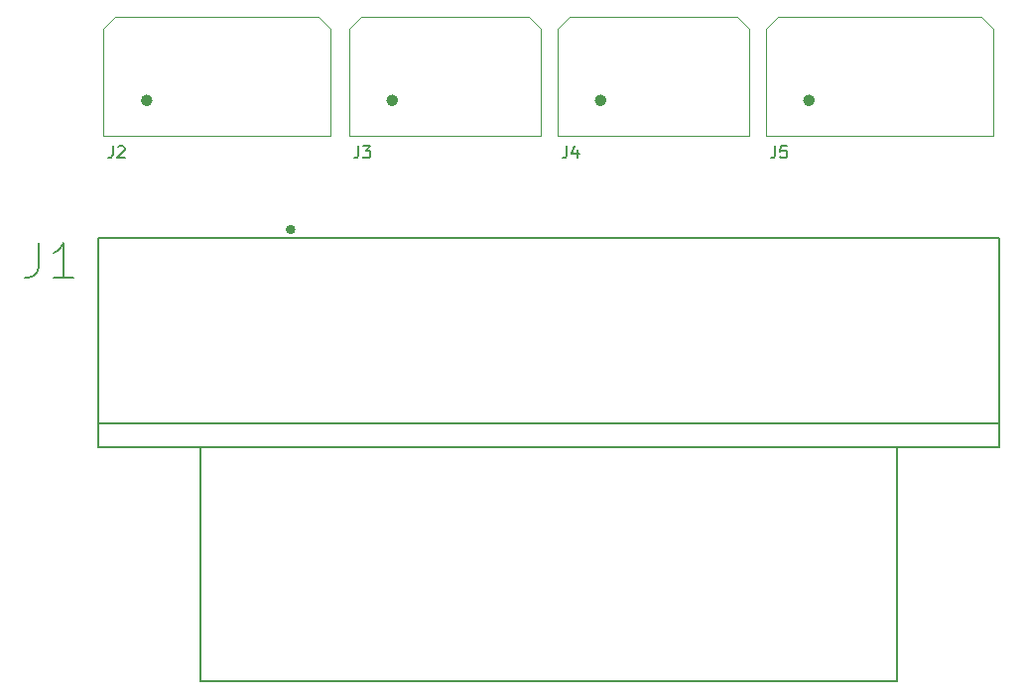
<source format=gbr>
%TF.GenerationSoftware,KiCad,Pcbnew,(5.1.10)-1*%
%TF.CreationDate,2021-10-06T11:40:48+03:00*%
%TF.ProjectId,Connector,436f6e6e-6563-4746-9f72-2e6b69636164,rev?*%
%TF.SameCoordinates,Original*%
%TF.FileFunction,Legend,Top*%
%TF.FilePolarity,Positive*%
%FSLAX46Y46*%
G04 Gerber Fmt 4.6, Leading zero omitted, Abs format (unit mm)*
G04 Created by KiCad (PCBNEW (5.1.10)-1) date 2021-10-06 11:40:48*
%MOMM*%
%LPD*%
G01*
G04 APERTURE LIST*
%ADD10C,0.500000*%
%ADD11C,0.127000*%
%ADD12C,0.400000*%
%ADD13C,0.120000*%
%ADD14C,0.150000*%
G04 APERTURE END LIST*
D10*
X151975000Y-107720000D02*
G75*
G03*
X151975000Y-107720000I-250000J0D01*
G01*
X134195000Y-107720000D02*
G75*
G03*
X134195000Y-107720000I-250000J0D01*
G01*
X116415000Y-107720000D02*
G75*
G03*
X116415000Y-107720000I-250000J0D01*
G01*
X95460000Y-107720000D02*
G75*
G03*
X95460000Y-107720000I-250000J0D01*
G01*
D11*
%TO.C,J1*%
X91050000Y-119450000D02*
X167950000Y-119450000D01*
X167950000Y-119450000D02*
X167950000Y-137300000D01*
X167950000Y-137300000D02*
X91050000Y-137300000D01*
X91050000Y-137300000D02*
X91050000Y-119450000D01*
X99800000Y-137430000D02*
X99800000Y-157350000D01*
X99800000Y-157350000D02*
X159200000Y-157350000D01*
X159200000Y-157350000D02*
X159200000Y-137430000D01*
D12*
X107700000Y-118746000D02*
G75*
G03*
X107700000Y-118746000I-200000J0D01*
G01*
D11*
X91050000Y-135300000D02*
X167950000Y-135300000D01*
D13*
%TO.C,J4*%
X130260000Y-110725000D02*
X130260000Y-101595000D01*
X130260000Y-101595000D02*
X131260000Y-100595000D01*
X131260000Y-100595000D02*
X145630000Y-100595000D01*
X145630000Y-100595000D02*
X146630000Y-101595000D01*
X146630000Y-101595000D02*
X146630000Y-110725000D01*
X146630000Y-110725000D02*
X130260000Y-110725000D01*
%TO.C,J3*%
X112480000Y-110725000D02*
X112480000Y-101595000D01*
X112480000Y-101595000D02*
X113480000Y-100595000D01*
X113480000Y-100595000D02*
X127850000Y-100595000D01*
X127850000Y-100595000D02*
X128850000Y-101595000D01*
X128850000Y-101595000D02*
X128850000Y-110725000D01*
X128850000Y-110725000D02*
X112480000Y-110725000D01*
%TO.C,J5*%
X148040000Y-110725000D02*
X148040000Y-101595000D01*
X148040000Y-101595000D02*
X149040000Y-100595000D01*
X149040000Y-100595000D02*
X166410000Y-100595000D01*
X166410000Y-100595000D02*
X167410000Y-101595000D01*
X167410000Y-101595000D02*
X167410000Y-110725000D01*
X167410000Y-110725000D02*
X148040000Y-110725000D01*
%TO.C,J2*%
X91525000Y-110725000D02*
X91525000Y-101595000D01*
X91525000Y-101595000D02*
X92525000Y-100595000D01*
X92525000Y-100595000D02*
X109895000Y-100595000D01*
X109895000Y-100595000D02*
X110895000Y-101595000D01*
X110895000Y-101595000D02*
X110895000Y-110725000D01*
X110895000Y-110725000D02*
X91525000Y-110725000D01*
%TO.C,J1*%
D14*
X85998551Y-119854762D02*
X85998551Y-122000724D01*
X85855487Y-122429916D01*
X85569359Y-122716044D01*
X85140166Y-122859108D01*
X84854038Y-122859108D01*
X89002897Y-122859108D02*
X87286128Y-122859108D01*
X88144512Y-122859108D02*
X88144512Y-119854762D01*
X87858384Y-120283955D01*
X87572256Y-120570083D01*
X87286128Y-120713147D01*
%TO.C,J4*%
X131071666Y-111617380D02*
X131071666Y-112331666D01*
X131024047Y-112474523D01*
X130928809Y-112569761D01*
X130785952Y-112617380D01*
X130690714Y-112617380D01*
X131976428Y-111950714D02*
X131976428Y-112617380D01*
X131738333Y-111569761D02*
X131500238Y-112284047D01*
X132119285Y-112284047D01*
%TO.C,J3*%
X113291666Y-111617380D02*
X113291666Y-112331666D01*
X113244047Y-112474523D01*
X113148809Y-112569761D01*
X113005952Y-112617380D01*
X112910714Y-112617380D01*
X113672619Y-111617380D02*
X114291666Y-111617380D01*
X113958333Y-111998333D01*
X114101190Y-111998333D01*
X114196428Y-112045952D01*
X114244047Y-112093571D01*
X114291666Y-112188809D01*
X114291666Y-112426904D01*
X114244047Y-112522142D01*
X114196428Y-112569761D01*
X114101190Y-112617380D01*
X113815476Y-112617380D01*
X113720238Y-112569761D01*
X113672619Y-112522142D01*
%TO.C,J5*%
X148851666Y-111617380D02*
X148851666Y-112331666D01*
X148804047Y-112474523D01*
X148708809Y-112569761D01*
X148565952Y-112617380D01*
X148470714Y-112617380D01*
X149804047Y-111617380D02*
X149327857Y-111617380D01*
X149280238Y-112093571D01*
X149327857Y-112045952D01*
X149423095Y-111998333D01*
X149661190Y-111998333D01*
X149756428Y-112045952D01*
X149804047Y-112093571D01*
X149851666Y-112188809D01*
X149851666Y-112426904D01*
X149804047Y-112522142D01*
X149756428Y-112569761D01*
X149661190Y-112617380D01*
X149423095Y-112617380D01*
X149327857Y-112569761D01*
X149280238Y-112522142D01*
%TO.C,J2*%
X92336666Y-111617380D02*
X92336666Y-112331666D01*
X92289047Y-112474523D01*
X92193809Y-112569761D01*
X92050952Y-112617380D01*
X91955714Y-112617380D01*
X92765238Y-111712619D02*
X92812857Y-111665000D01*
X92908095Y-111617380D01*
X93146190Y-111617380D01*
X93241428Y-111665000D01*
X93289047Y-111712619D01*
X93336666Y-111807857D01*
X93336666Y-111903095D01*
X93289047Y-112045952D01*
X92717619Y-112617380D01*
X93336666Y-112617380D01*
%TD*%
M02*

</source>
